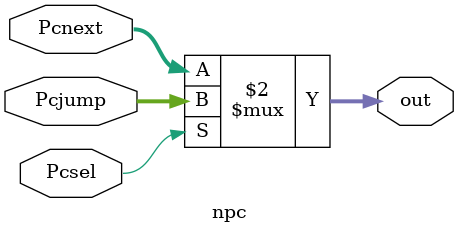
<source format=v>
module npc(
    
    input Pcsel,
    input [31:0] Pcnext,
    input [31:0] Pcjump,

    output [31:0] out 

);

assign out= (Pcsel==1)?Pcjump:Pcnext;

endmodule
</source>
